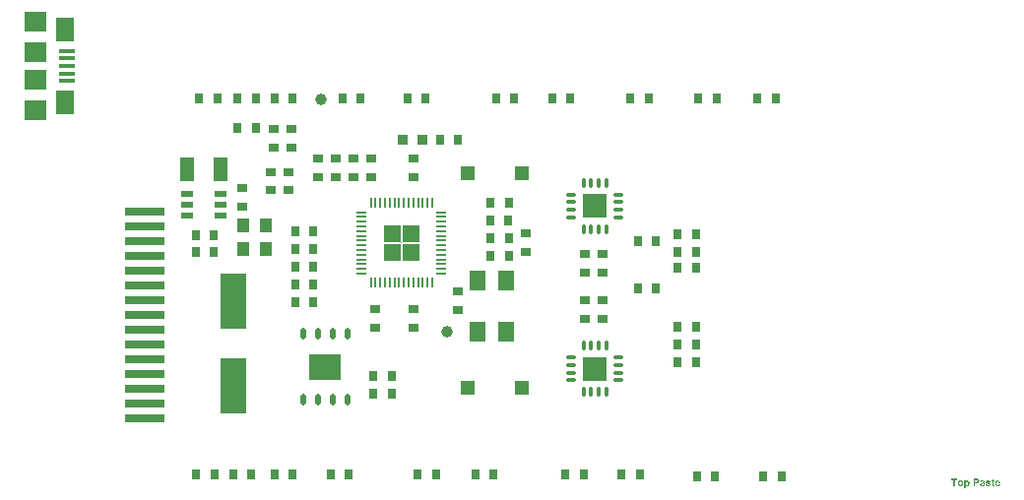
<source format=gtp>
G04*
G04 #@! TF.GenerationSoftware,Altium Limited,Altium Designer,23.3.1 (30)*
G04*
G04 Layer_Color=8421504*
%FSLAX44Y44*%
%MOMM*%
G71*
G04*
G04 #@! TF.SameCoordinates,401C55F4-CDE4-4738-8E39-6C92FFCD4633*
G04*
G04*
G04 #@! TF.FilePolarity,Positive*
G04*
G01*
G75*
%ADD19R,0.7000X0.9000*%
%ADD20R,1.2300X2.0200*%
%ADD21R,0.9000X0.7000*%
%ADD22R,1.0000X1.3000*%
%ADD23R,1.6000X2.1000*%
%ADD24R,1.9000X1.8000*%
%ADD25R,1.3500X0.4000*%
%ADD26R,1.0500X0.6000*%
%ADD27R,3.5000X0.7000*%
%ADD28C,1.0000*%
%ADD29R,0.8250X0.1500*%
%ADD30R,0.1500X0.8250*%
%ADD31R,0.0004X0.0004*%
%ADD32R,1.4000X1.8000*%
%ADD33R,1.2000X1.2000*%
%ADD34R,2.1500X2.1500*%
G04:AMPARAMS|DCode=35|XSize=0.8mm|YSize=0.35mm|CornerRadius=0.1313mm|HoleSize=0mm|Usage=FLASHONLY|Rotation=0.000|XOffset=0mm|YOffset=0mm|HoleType=Round|Shape=RoundedRectangle|*
%AMROUNDEDRECTD35*
21,1,0.8000,0.0875,0,0,0.0*
21,1,0.5375,0.3500,0,0,0.0*
1,1,0.2625,0.2688,-0.0438*
1,1,0.2625,-0.2688,-0.0438*
1,1,0.2625,-0.2688,0.0438*
1,1,0.2625,0.2688,0.0438*
%
%ADD35ROUNDEDRECTD35*%
G04:AMPARAMS|DCode=36|XSize=0.8mm|YSize=0.35mm|CornerRadius=0.1313mm|HoleSize=0mm|Usage=FLASHONLY|Rotation=270.000|XOffset=0mm|YOffset=0mm|HoleType=Round|Shape=RoundedRectangle|*
%AMROUNDEDRECTD36*
21,1,0.8000,0.0875,0,0,270.0*
21,1,0.5375,0.3500,0,0,270.0*
1,1,0.2625,-0.0438,-0.2688*
1,1,0.2625,-0.0438,0.2688*
1,1,0.2625,0.0438,0.2688*
1,1,0.2625,0.0438,-0.2688*
%
%ADD36ROUNDEDRECTD36*%
%ADD37R,2.2000X4.8000*%
G04:AMPARAMS|DCode=38|XSize=1.04mm|YSize=0.44mm|CornerRadius=0.154mm|HoleSize=0mm|Usage=FLASHONLY|Rotation=90.000|XOffset=0mm|YOffset=0mm|HoleType=Round|Shape=RoundedRectangle|*
%AMROUNDEDRECTD38*
21,1,1.0400,0.1320,0,0,90.0*
21,1,0.7320,0.4400,0,0,90.0*
1,1,0.3080,0.0660,0.3660*
1,1,0.3080,0.0660,-0.3660*
1,1,0.3080,-0.0660,-0.3660*
1,1,0.3080,-0.0660,0.3660*
%
%ADD38ROUNDEDRECTD38*%
%ADD39R,0.8500X0.9500*%
G36*
X-309102Y605520D02*
X-323104D01*
Y619522D01*
X-309102D01*
Y605520D01*
D02*
G37*
G36*
X-325104D02*
X-339106D01*
Y619522D01*
X-325104D01*
Y605520D01*
D02*
G37*
G36*
X-309102Y589518D02*
X-323104D01*
Y603520D01*
X-309102D01*
Y589518D01*
D02*
G37*
G36*
X-325104D02*
X-339106D01*
Y603520D01*
X-325104D01*
Y589518D01*
D02*
G37*
G36*
X-376277Y487080D02*
X-403490D01*
Y508590D01*
X-376277D01*
Y487080D01*
D02*
G37*
G36*
X162439Y400143D02*
X162501D01*
X162570Y400129D01*
X162647Y400115D01*
X162737Y400094D01*
X162841Y400073D01*
X162945Y400038D01*
X163056Y399997D01*
X163167Y399941D01*
X163285Y399879D01*
X163403Y399810D01*
X163514Y399720D01*
X163624Y399622D01*
X163735Y399511D01*
X163742Y399505D01*
X163763Y399484D01*
X163791Y399449D01*
X163826Y399394D01*
X163867Y399331D01*
X163916Y399255D01*
X163964Y399158D01*
X164020Y399054D01*
X164075Y398936D01*
X164124Y398804D01*
X164172Y398659D01*
X164214Y398499D01*
X164249Y398333D01*
X164283Y398152D01*
X164297Y397958D01*
X164304Y397750D01*
Y397736D01*
Y397702D01*
X164297Y397639D01*
Y397556D01*
X164290Y397459D01*
X164276Y397348D01*
X164256Y397223D01*
X164235Y397085D01*
X164200Y396946D01*
X164165Y396793D01*
X164117Y396648D01*
X164061Y396495D01*
X163999Y396349D01*
X163923Y396204D01*
X163832Y396065D01*
X163735Y395940D01*
X163729Y395933D01*
X163708Y395913D01*
X163680Y395885D01*
X163631Y395843D01*
X163576Y395795D01*
X163514Y395739D01*
X163437Y395684D01*
X163347Y395621D01*
X163257Y395559D01*
X163146Y395504D01*
X163035Y395448D01*
X162910Y395400D01*
X162785Y395365D01*
X162647Y395330D01*
X162508Y395309D01*
X162355Y395302D01*
X162293D01*
X162217Y395309D01*
X162120Y395323D01*
X162016Y395337D01*
X161898Y395365D01*
X161773Y395406D01*
X161655Y395455D01*
X161641Y395462D01*
X161600Y395483D01*
X161537Y395524D01*
X161454Y395580D01*
X161357Y395649D01*
X161246Y395739D01*
X161128Y395850D01*
X161003Y395975D01*
Y393645D01*
X159776D01*
Y400045D01*
X160920D01*
Y399366D01*
X160934Y399373D01*
X160962Y399414D01*
X161010Y399484D01*
X161080Y399560D01*
X161163Y399650D01*
X161267Y399747D01*
X161385Y399844D01*
X161516Y399927D01*
X161523D01*
X161537Y399935D01*
X161558Y399948D01*
X161586Y399962D01*
X161621Y399976D01*
X161662Y399997D01*
X161766Y400038D01*
X161891Y400080D01*
X162037Y400115D01*
X162196Y400143D01*
X162362Y400149D01*
X162397D01*
X162439Y400143D01*
D02*
G37*
G36*
X180523D02*
X180606D01*
X180697Y400136D01*
X180794Y400122D01*
X180905Y400108D01*
X181133Y400073D01*
X181362Y400018D01*
X181480Y399983D01*
X181584Y399941D01*
X181688Y399893D01*
X181778Y399837D01*
X181785D01*
X181799Y399823D01*
X181820Y399803D01*
X181854Y399782D01*
X181889Y399747D01*
X181938Y399706D01*
X181979Y399657D01*
X182035Y399609D01*
X182083Y399546D01*
X182139Y399477D01*
X182194Y399400D01*
X182250Y399317D01*
X182298Y399234D01*
X182347Y399137D01*
X182423Y398922D01*
X181265Y398707D01*
Y398721D01*
X181251Y398749D01*
X181230Y398797D01*
X181203Y398860D01*
X181161Y398929D01*
X181112Y398998D01*
X181050Y399061D01*
X180981Y399123D01*
X180974Y399130D01*
X180939Y399144D01*
X180898Y399172D01*
X180828Y399199D01*
X180745Y399220D01*
X180648Y399248D01*
X180523Y399262D01*
X180391Y399269D01*
X180315D01*
X180232Y399262D01*
X180128Y399255D01*
X180017Y399234D01*
X179899Y399213D01*
X179795Y399179D01*
X179705Y399130D01*
X179698Y399123D01*
X179684Y399116D01*
X179663Y399089D01*
X179636Y399061D01*
X179608Y399026D01*
X179587Y398984D01*
X179573Y398936D01*
X179566Y398881D01*
Y398873D01*
Y398860D01*
X179573Y398832D01*
X179580Y398804D01*
X179594Y398769D01*
X179615Y398735D01*
X179643Y398693D01*
X179684Y398659D01*
X179691Y398652D01*
X179705Y398645D01*
X179726Y398638D01*
X179753Y398624D01*
X179788Y398610D01*
X179837Y398589D01*
X179892Y398568D01*
X179954Y398548D01*
X180038Y398520D01*
X180128Y398492D01*
X180239Y398457D01*
X180357Y398430D01*
X180495Y398388D01*
X180655Y398354D01*
X180828Y398312D01*
X180842D01*
X180870Y398305D01*
X180918Y398291D01*
X180988Y398270D01*
X181064Y398250D01*
X181161Y398222D01*
X181258Y398194D01*
X181369Y398159D01*
X181591Y398083D01*
X181820Y397986D01*
X181924Y397937D01*
X182021Y397882D01*
X182118Y397826D01*
X182194Y397764D01*
X182201Y397757D01*
X182208Y397750D01*
X182229Y397729D01*
X182257Y397702D01*
X182284Y397674D01*
X182319Y397632D01*
X182354Y397584D01*
X182388Y397528D01*
X182458Y397397D01*
X182520Y397244D01*
X182569Y397064D01*
X182576Y396960D01*
X182583Y396856D01*
Y396849D01*
Y396828D01*
Y396793D01*
X182576Y396752D01*
X182569Y396696D01*
X182555Y396627D01*
X182541Y396558D01*
X182513Y396481D01*
X182486Y396398D01*
X182451Y396308D01*
X182409Y396218D01*
X182361Y396128D01*
X182298Y396031D01*
X182222Y395940D01*
X182146Y395850D01*
X182049Y395760D01*
X182042Y395753D01*
X182021Y395739D01*
X181993Y395718D01*
X181952Y395691D01*
X181896Y395656D01*
X181827Y395615D01*
X181744Y395573D01*
X181653Y395531D01*
X181549Y395490D01*
X181432Y395448D01*
X181300Y395406D01*
X181161Y395372D01*
X181008Y395344D01*
X180842Y395323D01*
X180662Y395309D01*
X180475Y395302D01*
X180384D01*
X180315Y395309D01*
X180239Y395316D01*
X180142Y395323D01*
X180045Y395337D01*
X179934Y395351D01*
X179691Y395393D01*
X179441Y395462D01*
X179317Y395510D01*
X179192Y395559D01*
X179081Y395615D01*
X178970Y395684D01*
X178963Y395691D01*
X178949Y395705D01*
X178921Y395725D01*
X178880Y395753D01*
X178838Y395795D01*
X178790Y395836D01*
X178734Y395892D01*
X178679Y395954D01*
X178616Y396031D01*
X178554Y396107D01*
X178498Y396190D01*
X178436Y396287D01*
X178381Y396384D01*
X178332Y396488D01*
X178290Y396606D01*
X178256Y396724D01*
X179483Y396911D01*
Y396904D01*
X179490Y396897D01*
X179497Y396856D01*
X179518Y396786D01*
X179552Y396710D01*
X179594Y396620D01*
X179649Y396530D01*
X179712Y396447D01*
X179795Y396370D01*
X179809Y396363D01*
X179837Y396343D01*
X179892Y396315D01*
X179968Y396280D01*
X180065Y396245D01*
X180183Y396218D01*
X180315Y396197D01*
X180468Y396190D01*
X180544D01*
X180585Y396197D01*
X180634D01*
X180738Y396211D01*
X180856Y396232D01*
X180974Y396266D01*
X181085Y396308D01*
X181182Y396363D01*
X181189Y396370D01*
X181210Y396384D01*
X181237Y396412D01*
X181265Y396447D01*
X181293Y396495D01*
X181321Y396551D01*
X181341Y396613D01*
X181348Y396689D01*
Y396696D01*
Y396710D01*
X181341Y396738D01*
X181334Y396772D01*
X181314Y396842D01*
X181286Y396883D01*
X181258Y396918D01*
X181251Y396925D01*
X181237Y396932D01*
X181210Y396953D01*
X181175Y396974D01*
X181119Y397001D01*
X181050Y397029D01*
X180960Y397057D01*
X180849Y397085D01*
X180842D01*
X180835Y397091D01*
X180814D01*
X180787Y397098D01*
X180710Y397119D01*
X180613Y397140D01*
X180495Y397168D01*
X180364Y397202D01*
X180218Y397237D01*
X180058Y397279D01*
X179746Y397376D01*
X179587Y397424D01*
X179435Y397473D01*
X179296Y397528D01*
X179171Y397577D01*
X179060Y397632D01*
X178977Y397681D01*
X178970Y397688D01*
X178956Y397702D01*
X178928Y397723D01*
X178894Y397750D01*
X178852Y397785D01*
X178804Y397833D01*
X178755Y397889D01*
X178706Y397951D01*
X178651Y398021D01*
X178602Y398097D01*
X178554Y398187D01*
X178512Y398277D01*
X178477Y398381D01*
X178450Y398485D01*
X178436Y398603D01*
X178429Y398721D01*
Y398728D01*
Y398749D01*
Y398777D01*
X178436Y398825D01*
X178443Y398873D01*
X178457Y398936D01*
X178471Y398998D01*
X178491Y399075D01*
X178547Y399234D01*
X178582Y399317D01*
X178630Y399400D01*
X178686Y399491D01*
X178748Y399574D01*
X178817Y399657D01*
X178901Y399733D01*
X178908Y399740D01*
X178921Y399754D01*
X178949Y399775D01*
X178991Y399796D01*
X179039Y399831D01*
X179102Y399865D01*
X179178Y399900D01*
X179261Y399941D01*
X179358Y399983D01*
X179469Y400018D01*
X179587Y400052D01*
X179719Y400087D01*
X179864Y400108D01*
X180024Y400129D01*
X180190Y400143D01*
X180371Y400149D01*
X180461D01*
X180523Y400143D01*
D02*
G37*
G36*
X175732D02*
X175815D01*
X175898Y400136D01*
X175995Y400122D01*
X176196Y400101D01*
X176397Y400066D01*
X176591Y400018D01*
X176675Y399983D01*
X176758Y399948D01*
X176765D01*
X176779Y399941D01*
X176800Y399927D01*
X176820Y399914D01*
X176896Y399872D01*
X176980Y399817D01*
X177077Y399740D01*
X177167Y399657D01*
X177257Y399560D01*
X177327Y399456D01*
X177333Y399442D01*
X177340Y399421D01*
X177354Y399400D01*
X177368Y399366D01*
X177382Y399317D01*
X177396Y399269D01*
X177410Y399206D01*
X177423Y399137D01*
X177437Y399061D01*
X177451Y398971D01*
X177465Y398867D01*
X177479Y398756D01*
X177486Y398638D01*
X177493Y398506D01*
Y398360D01*
X177472Y396925D01*
Y396918D01*
Y396897D01*
Y396870D01*
Y396828D01*
Y396772D01*
Y396717D01*
X177479Y396585D01*
X177486Y396440D01*
X177493Y396287D01*
X177507Y396148D01*
X177521Y396079D01*
X177528Y396024D01*
Y396010D01*
X177541Y395975D01*
X177555Y395913D01*
X177576Y395836D01*
X177604Y395746D01*
X177645Y395642D01*
X177694Y395524D01*
X177750Y395406D01*
X176536D01*
Y395413D01*
X176529Y395427D01*
X176515Y395455D01*
X176501Y395497D01*
X176487Y395545D01*
X176460Y395607D01*
X176439Y395684D01*
X176411Y395767D01*
Y395774D01*
X176404Y395788D01*
X176397Y395829D01*
X176383Y395878D01*
X176376Y395899D01*
X176369Y395913D01*
X176356Y395899D01*
X176314Y395864D01*
X176252Y395809D01*
X176168Y395739D01*
X176071Y395670D01*
X175954Y395594D01*
X175829Y395517D01*
X175697Y395455D01*
X175690D01*
X175683Y395448D01*
X175662Y395441D01*
X175634Y395434D01*
X175565Y395406D01*
X175468Y395379D01*
X175357Y395351D01*
X175225Y395323D01*
X175087Y395309D01*
X174934Y395302D01*
X174865D01*
X174816Y395309D01*
X174754Y395316D01*
X174685Y395323D01*
X174608Y395337D01*
X174525Y395351D01*
X174345Y395393D01*
X174158Y395462D01*
X174060Y395510D01*
X173970Y395559D01*
X173887Y395615D01*
X173804Y395684D01*
X173797Y395691D01*
X173783Y395705D01*
X173769Y395725D01*
X173741Y395753D01*
X173707Y395795D01*
X173672Y395836D01*
X173638Y395892D01*
X173603Y395954D01*
X173561Y396024D01*
X173526Y396093D01*
X173457Y396266D01*
X173429Y396356D01*
X173416Y396454D01*
X173402Y396558D01*
X173395Y396669D01*
Y396675D01*
Y396689D01*
Y396710D01*
Y396738D01*
X173402Y396807D01*
X173416Y396904D01*
X173443Y397015D01*
X173471Y397133D01*
X173520Y397251D01*
X173582Y397369D01*
Y397376D01*
X173589Y397383D01*
X173617Y397417D01*
X173658Y397473D01*
X173721Y397542D01*
X173790Y397618D01*
X173880Y397695D01*
X173984Y397771D01*
X174102Y397833D01*
X174109D01*
X174116Y397840D01*
X174137Y397847D01*
X174165Y397861D01*
X174199Y397875D01*
X174241Y397896D01*
X174296Y397910D01*
X174352Y397930D01*
X174414Y397951D01*
X174490Y397979D01*
X174574Y398000D01*
X174657Y398028D01*
X174754Y398048D01*
X174858Y398076D01*
X174962Y398104D01*
X175080Y398125D01*
X175087D01*
X175114Y398132D01*
X175163Y398139D01*
X175219Y398152D01*
X175288Y398166D01*
X175371Y398180D01*
X175461Y398201D01*
X175558Y398222D01*
X175752Y398270D01*
X175954Y398319D01*
X176044Y398346D01*
X176134Y398374D01*
X176210Y398402D01*
X176279Y398430D01*
Y398548D01*
Y398555D01*
Y398562D01*
Y398610D01*
X176273Y398672D01*
X176259Y398749D01*
X176238Y398832D01*
X176203Y398915D01*
X176161Y398998D01*
X176099Y399061D01*
X176092Y399068D01*
X176064Y399082D01*
X176016Y399109D01*
X175954Y399137D01*
X175863Y399165D01*
X175746Y399193D01*
X175676Y399199D01*
X175607Y399206D01*
X175524Y399213D01*
X175378D01*
X175315Y399206D01*
X175246Y399199D01*
X175163Y399179D01*
X175073Y399158D01*
X174990Y399123D01*
X174913Y399082D01*
X174906Y399075D01*
X174886Y399054D01*
X174851Y399026D01*
X174809Y398978D01*
X174761Y398915D01*
X174712Y398832D01*
X174664Y398735D01*
X174622Y398624D01*
X173520Y398825D01*
Y398832D01*
X173526Y398853D01*
X173540Y398887D01*
X173554Y398936D01*
X173575Y398991D01*
X173603Y399054D01*
X173672Y399199D01*
X173762Y399366D01*
X173873Y399532D01*
X174005Y399685D01*
X174081Y399761D01*
X174165Y399823D01*
X174171Y399831D01*
X174185Y399837D01*
X174213Y399851D01*
X174248Y399872D01*
X174296Y399900D01*
X174359Y399927D01*
X174428Y399955D01*
X174504Y399990D01*
X174601Y400018D01*
X174698Y400045D01*
X174809Y400073D01*
X174934Y400101D01*
X175066Y400122D01*
X175212Y400136D01*
X175364Y400149D01*
X175669D01*
X175732Y400143D01*
D02*
G37*
G36*
X170233Y401800D02*
X170344D01*
X170469Y401793D01*
X170732Y401786D01*
X170857Y401772D01*
X170982Y401765D01*
X171100Y401758D01*
X171204Y401744D01*
X171294Y401724D01*
X171370Y401710D01*
X171377D01*
X171398Y401703D01*
X171425Y401696D01*
X171460Y401682D01*
X171509Y401661D01*
X171564Y401640D01*
X171689Y401578D01*
X171835Y401495D01*
X171987Y401384D01*
X172070Y401314D01*
X172147Y401245D01*
X172223Y401169D01*
X172292Y401079D01*
X172299Y401072D01*
X172306Y401058D01*
X172327Y401030D01*
X172348Y400995D01*
X172382Y400947D01*
X172410Y400885D01*
X172445Y400822D01*
X172479Y400746D01*
X172514Y400656D01*
X172549Y400565D01*
X172584Y400462D01*
X172611Y400350D01*
X172632Y400233D01*
X172653Y400108D01*
X172660Y399969D01*
X172667Y399831D01*
Y399823D01*
Y399803D01*
Y399775D01*
Y399733D01*
X172660Y399685D01*
X172653Y399622D01*
X172646Y399560D01*
X172639Y399484D01*
X172611Y399331D01*
X172577Y399165D01*
X172521Y398998D01*
X172452Y398839D01*
Y398832D01*
X172445Y398825D01*
X172431Y398804D01*
X172410Y398777D01*
X172369Y398700D01*
X172306Y398610D01*
X172223Y398513D01*
X172133Y398409D01*
X172022Y398305D01*
X171904Y398208D01*
X171897D01*
X171890Y398201D01*
X171848Y398173D01*
X171786Y398132D01*
X171696Y398083D01*
X171599Y398035D01*
X171488Y397986D01*
X171363Y397944D01*
X171238Y397910D01*
X171231D01*
X171217Y397903D01*
X171190D01*
X171155Y397896D01*
X171106Y397889D01*
X171044Y397882D01*
X170975Y397875D01*
X170898Y397868D01*
X170808Y397854D01*
X170704Y397847D01*
X170593Y397840D01*
X170476Y397833D01*
X170344Y397826D01*
X170205D01*
X170053Y397820D01*
X169054D01*
Y395406D01*
X167764D01*
Y401807D01*
X170122D01*
X170233Y401800D01*
D02*
G37*
G36*
X153535Y400725D02*
X151649D01*
Y395406D01*
X150359D01*
Y400725D01*
X148459D01*
Y401807D01*
X153535D01*
Y400725D01*
D02*
G37*
G36*
X188498Y400143D02*
X188574Y400136D01*
X188657Y400129D01*
X188761Y400115D01*
X188872Y400094D01*
X188990Y400066D01*
X189121Y400025D01*
X189253Y399983D01*
X189385Y399927D01*
X189524Y399858D01*
X189655Y399782D01*
X189787Y399692D01*
X189912Y399581D01*
X190030Y399463D01*
X190037Y399456D01*
X190058Y399428D01*
X190085Y399394D01*
X190120Y399338D01*
X190169Y399262D01*
X190217Y399172D01*
X190273Y399068D01*
X190328Y398950D01*
X190384Y398811D01*
X190432Y398652D01*
X190481Y398485D01*
X190522Y398298D01*
X190557Y398090D01*
X190585Y397868D01*
X190606Y397632D01*
Y397376D01*
X187534D01*
Y397369D01*
Y397355D01*
Y397320D01*
X187540Y397286D01*
X187547Y397237D01*
X187554Y397182D01*
X187575Y397064D01*
X187610Y396925D01*
X187658Y396779D01*
X187728Y396641D01*
X187825Y396516D01*
X187832D01*
X187839Y396502D01*
X187873Y396467D01*
X187936Y396419D01*
X188019Y396370D01*
X188123Y396315D01*
X188248Y396266D01*
X188386Y396232D01*
X188463Y396225D01*
X188539Y396218D01*
X188588D01*
X188636Y396225D01*
X188706Y396239D01*
X188782Y396252D01*
X188858Y396280D01*
X188941Y396322D01*
X189018Y396370D01*
X189025Y396377D01*
X189052Y396398D01*
X189087Y396440D01*
X189128Y396495D01*
X189184Y396564D01*
X189233Y396655D01*
X189281Y396759D01*
X189323Y396883D01*
X190543Y396675D01*
Y396669D01*
X190529Y396648D01*
X190515Y396613D01*
X190501Y396564D01*
X190474Y396509D01*
X190439Y396447D01*
X190404Y396370D01*
X190363Y396294D01*
X190259Y396128D01*
X190127Y395961D01*
X189974Y395795D01*
X189884Y395718D01*
X189794Y395649D01*
X189787Y395642D01*
X189773Y395635D01*
X189746Y395615D01*
X189704Y395594D01*
X189655Y395566D01*
X189593Y395538D01*
X189524Y395510D01*
X189447Y395476D01*
X189357Y395441D01*
X189260Y395413D01*
X189156Y395386D01*
X189045Y395358D01*
X188927Y395337D01*
X188796Y395316D01*
X188664Y395309D01*
X188525Y395302D01*
X188470D01*
X188407Y395309D01*
X188324Y395316D01*
X188227Y395323D01*
X188109Y395344D01*
X187984Y395365D01*
X187846Y395400D01*
X187700Y395441D01*
X187554Y395497D01*
X187409Y395559D01*
X187256Y395635D01*
X187118Y395725D01*
X186979Y395829D01*
X186854Y395947D01*
X186736Y396086D01*
X186729Y396093D01*
X186715Y396114D01*
X186695Y396148D01*
X186667Y396204D01*
X186632Y396266D01*
X186591Y396336D01*
X186549Y396426D01*
X186507Y396523D01*
X186466Y396634D01*
X186424Y396759D01*
X186383Y396890D01*
X186348Y397029D01*
X186320Y397182D01*
X186299Y397341D01*
X186285Y397514D01*
X186278Y397688D01*
Y397702D01*
Y397736D01*
X186285Y397799D01*
Y397875D01*
X186299Y397972D01*
X186313Y398090D01*
X186327Y398208D01*
X186355Y398346D01*
X186383Y398485D01*
X186424Y398631D01*
X186473Y398783D01*
X186528Y398936D01*
X186597Y399082D01*
X186681Y399227D01*
X186771Y399366D01*
X186875Y399491D01*
X186882Y399498D01*
X186903Y399518D01*
X186937Y399553D01*
X186986Y399595D01*
X187041Y399643D01*
X187118Y399699D01*
X187201Y399761D01*
X187291Y399823D01*
X187395Y399879D01*
X187513Y399941D01*
X187638Y399997D01*
X187776Y400045D01*
X187915Y400087D01*
X188067Y400122D01*
X188234Y400143D01*
X188400Y400149D01*
X188449D01*
X188498Y400143D01*
D02*
G37*
G36*
X184947Y400045D02*
X185786D01*
Y399068D01*
X184947D01*
Y397196D01*
Y397188D01*
Y397168D01*
Y397140D01*
Y397105D01*
Y397064D01*
Y397008D01*
Y396897D01*
X184954Y396786D01*
Y396675D01*
X184961Y396627D01*
Y396585D01*
X184968Y396551D01*
Y396530D01*
Y396523D01*
X184975Y396516D01*
X184989Y396474D01*
X185023Y396426D01*
X185072Y396377D01*
X185079D01*
X185086Y396370D01*
X185107Y396363D01*
X185134Y396349D01*
X185197Y396329D01*
X185280Y396322D01*
X185315D01*
X185349Y396329D01*
X185405Y396336D01*
X185474Y396349D01*
X185564Y396370D01*
X185661Y396398D01*
X185772Y396433D01*
X185883Y395483D01*
X185876D01*
X185863Y395476D01*
X185842Y395469D01*
X185807Y395455D01*
X185765Y395441D01*
X185717Y395427D01*
X185661Y395406D01*
X185599Y395393D01*
X185460Y395358D01*
X185294Y395330D01*
X185107Y395309D01*
X184912Y395302D01*
X184857D01*
X184795Y395309D01*
X184711Y395316D01*
X184621Y395330D01*
X184524Y395351D01*
X184420Y395379D01*
X184316Y395413D01*
X184302Y395420D01*
X184275Y395434D01*
X184226Y395455D01*
X184170Y395490D01*
X184108Y395531D01*
X184039Y395580D01*
X183983Y395635D01*
X183928Y395698D01*
X183921Y395705D01*
X183907Y395732D01*
X183886Y395774D01*
X183859Y395822D01*
X183831Y395892D01*
X183803Y395975D01*
X183775Y396072D01*
X183755Y396176D01*
Y396190D01*
X183748Y396218D01*
Y396245D01*
X183741Y396280D01*
Y396322D01*
Y396363D01*
X183734Y396419D01*
Y396481D01*
X183727Y396551D01*
Y396634D01*
X183720Y396724D01*
Y396821D01*
Y396925D01*
Y397043D01*
Y399068D01*
X183158D01*
Y400045D01*
X183720D01*
Y400968D01*
X184947Y401689D01*
Y400045D01*
D02*
G37*
G36*
X156559Y400143D02*
X156628Y400136D01*
X156718Y400129D01*
X156822Y400115D01*
X156940Y400094D01*
X157065Y400066D01*
X157197Y400025D01*
X157335Y399983D01*
X157481Y399927D01*
X157619Y399858D01*
X157765Y399782D01*
X157911Y399692D01*
X158042Y399581D01*
X158174Y399463D01*
X158181Y399456D01*
X158202Y399428D01*
X158237Y399394D01*
X158278Y399338D01*
X158334Y399269D01*
X158389Y399193D01*
X158445Y399095D01*
X158514Y398991D01*
X158576Y398873D01*
X158632Y398742D01*
X158694Y398596D01*
X158743Y398444D01*
X158784Y398284D01*
X158819Y398111D01*
X158840Y397930D01*
X158847Y397736D01*
Y397723D01*
Y397688D01*
X158840Y397632D01*
Y397563D01*
X158826Y397473D01*
X158812Y397369D01*
X158791Y397251D01*
X158764Y397126D01*
X158729Y396987D01*
X158680Y396849D01*
X158625Y396703D01*
X158562Y396558D01*
X158479Y396405D01*
X158389Y396266D01*
X158285Y396121D01*
X158167Y395989D01*
X158160Y395982D01*
X158139Y395961D01*
X158098Y395927D01*
X158042Y395885D01*
X157980Y395829D01*
X157897Y395774D01*
X157807Y395712D01*
X157703Y395649D01*
X157585Y395580D01*
X157453Y395517D01*
X157314Y395462D01*
X157162Y395413D01*
X157002Y395365D01*
X156829Y395330D01*
X156649Y395309D01*
X156461Y395302D01*
X156399D01*
X156350Y395309D01*
X156295D01*
X156233Y395316D01*
X156156Y395323D01*
X156073Y395337D01*
X155886Y395372D01*
X155678Y395420D01*
X155463Y395490D01*
X155248Y395587D01*
X155241Y395594D01*
X155220Y395601D01*
X155192Y395615D01*
X155151Y395642D01*
X155102Y395670D01*
X155054Y395712D01*
X154922Y395802D01*
X154783Y395920D01*
X154638Y396065D01*
X154499Y396239D01*
X154374Y396433D01*
Y396440D01*
X154360Y396460D01*
X154347Y396488D01*
X154326Y396530D01*
X154305Y396585D01*
X154277Y396648D01*
X154256Y396724D01*
X154229Y396807D01*
X154201Y396904D01*
X154173Y397008D01*
X154145Y397119D01*
X154125Y397237D01*
X154104Y397362D01*
X154090Y397501D01*
X154083Y397639D01*
X154076Y397785D01*
Y397792D01*
Y397813D01*
Y397847D01*
X154083Y397889D01*
Y397944D01*
X154090Y398014D01*
X154104Y398083D01*
X154111Y398166D01*
X154152Y398346D01*
X154201Y398548D01*
X154277Y398756D01*
X154319Y398867D01*
X154374Y398971D01*
X154381Y398978D01*
X154388Y398998D01*
X154409Y399026D01*
X154430Y399068D01*
X154458Y399116D01*
X154499Y399172D01*
X154589Y399296D01*
X154714Y399435D01*
X154860Y399581D01*
X155026Y399720D01*
X155220Y399844D01*
X155227Y399851D01*
X155248Y399858D01*
X155276Y399872D01*
X155317Y399893D01*
X155373Y399914D01*
X155435Y399941D01*
X155505Y399969D01*
X155581Y399997D01*
X155671Y400025D01*
X155768Y400052D01*
X155976Y400101D01*
X156205Y400136D01*
X156330Y400149D01*
X156503D01*
X156559Y400143D01*
D02*
G37*
%LPC*%
G36*
X162023Y399179D02*
X161981D01*
X161946Y399172D01*
X161912Y399165D01*
X161863Y399158D01*
X161759Y399137D01*
X161641Y399095D01*
X161516Y399033D01*
X161454Y398991D01*
X161392Y398943D01*
X161329Y398887D01*
X161274Y398825D01*
Y398818D01*
X161260Y398811D01*
X161246Y398790D01*
X161225Y398763D01*
X161204Y398721D01*
X161184Y398679D01*
X161156Y398624D01*
X161128Y398568D01*
X161100Y398499D01*
X161073Y398423D01*
X161052Y398340D01*
X161031Y398250D01*
X161010Y398145D01*
X160996Y398041D01*
X160989Y397924D01*
X160983Y397799D01*
Y397792D01*
Y397764D01*
Y397723D01*
X160989Y397674D01*
Y397605D01*
X160996Y397528D01*
X161010Y397452D01*
X161024Y397362D01*
X161059Y397175D01*
X161114Y396981D01*
X161191Y396800D01*
X161232Y396717D01*
X161288Y396641D01*
X161295Y396634D01*
X161301Y396627D01*
X161343Y396585D01*
X161413Y396523D01*
X161503Y396460D01*
X161614Y396391D01*
X161738Y396329D01*
X161891Y396287D01*
X161967Y396280D01*
X162050Y396273D01*
X162092D01*
X162120Y396280D01*
X162196Y396294D01*
X162300Y396315D01*
X162411Y396356D01*
X162529Y396419D01*
X162584Y396454D01*
X162647Y396502D01*
X162702Y396551D01*
X162758Y396613D01*
X162765Y396620D01*
X162772Y396627D01*
X162785Y396648D01*
X162806Y396675D01*
X162827Y396717D01*
X162848Y396759D01*
X162876Y396814D01*
X162903Y396883D01*
X162931Y396953D01*
X162959Y397036D01*
X162980Y397126D01*
X163000Y397230D01*
X163021Y397341D01*
X163035Y397466D01*
X163049Y397598D01*
Y397736D01*
Y397743D01*
Y397771D01*
Y397806D01*
X163042Y397854D01*
Y397917D01*
X163035Y397986D01*
X163021Y398062D01*
X163014Y398145D01*
X162980Y398319D01*
X162924Y398499D01*
X162848Y398672D01*
X162806Y398749D01*
X162751Y398818D01*
Y398825D01*
X162737Y398832D01*
X162695Y398873D01*
X162633Y398929D01*
X162550Y398998D01*
X162446Y399068D01*
X162321Y399123D01*
X162182Y399165D01*
X162106Y399172D01*
X162023Y399179D01*
D02*
G37*
G36*
X176279Y397632D02*
X176266Y397625D01*
X176231Y397618D01*
X176175Y397598D01*
X176092Y397577D01*
X175988Y397549D01*
X175856Y397514D01*
X175704Y397480D01*
X175524Y397438D01*
X175517D01*
X175503Y397431D01*
X175475D01*
X175440Y397417D01*
X175357Y397397D01*
X175253Y397376D01*
X175142Y397341D01*
X175031Y397306D01*
X174934Y397272D01*
X174893Y397251D01*
X174858Y397230D01*
X174851Y397223D01*
X174823Y397202D01*
X174782Y397161D01*
X174740Y397112D01*
X174698Y397050D01*
X174657Y396974D01*
X174629Y396890D01*
X174622Y396800D01*
Y396786D01*
Y396759D01*
X174629Y396710D01*
X174643Y396648D01*
X174671Y396578D01*
X174698Y396502D01*
X174747Y396433D01*
X174809Y396356D01*
X174816Y396349D01*
X174844Y396329D01*
X174886Y396294D01*
X174941Y396266D01*
X175017Y396232D01*
X175101Y396197D01*
X175198Y396176D01*
X175302Y396169D01*
X175315D01*
X175357Y396176D01*
X175420Y396183D01*
X175503Y396197D01*
X175600Y396225D01*
X175711Y396259D01*
X175822Y396315D01*
X175933Y396384D01*
X175940Y396391D01*
X175967Y396412D01*
X176009Y396447D01*
X176051Y396495D01*
X176106Y396558D01*
X176155Y396627D01*
X176196Y396703D01*
X176231Y396786D01*
Y396793D01*
X176238Y396821D01*
X176245Y396863D01*
X176259Y396918D01*
X176266Y397001D01*
X176273Y397105D01*
X176279Y397230D01*
Y397383D01*
Y397632D01*
D02*
G37*
G36*
X169921Y400725D02*
X169054D01*
Y398901D01*
X169949D01*
X170018Y398908D01*
X170177Y398915D01*
X170344Y398922D01*
X170510Y398943D01*
X170593Y398957D01*
X170663Y398964D01*
X170725Y398984D01*
X170781Y398998D01*
X170795Y399005D01*
X170822Y399019D01*
X170871Y399040D01*
X170926Y399075D01*
X170989Y399123D01*
X171058Y399179D01*
X171127Y399241D01*
X171183Y399317D01*
X171190Y399324D01*
X171204Y399359D01*
X171231Y399400D01*
X171259Y399463D01*
X171287Y399532D01*
X171315Y399616D01*
X171328Y399713D01*
X171335Y399817D01*
Y399823D01*
Y399831D01*
Y399872D01*
X171322Y399941D01*
X171308Y400018D01*
X171287Y400108D01*
X171245Y400205D01*
X171197Y400302D01*
X171127Y400392D01*
X171120Y400399D01*
X171093Y400427D01*
X171044Y400468D01*
X170982Y400517D01*
X170912Y400565D01*
X170822Y400607D01*
X170718Y400649D01*
X170607Y400676D01*
X170593D01*
X170559Y400683D01*
X170531Y400690D01*
X170496D01*
X170455Y400697D01*
X170406Y400704D01*
X170344D01*
X170274Y400711D01*
X170198D01*
X170115Y400718D01*
X170025D01*
X169921Y400725D01*
D02*
G37*
G36*
X188470Y399213D02*
X188428D01*
X188400Y399206D01*
X188331Y399199D01*
X188234Y399179D01*
X188130Y399144D01*
X188019Y399089D01*
X187915Y399012D01*
X187859Y398971D01*
X187811Y398915D01*
X187797Y398901D01*
X187769Y398860D01*
X187728Y398797D01*
X187679Y398707D01*
X187631Y398596D01*
X187589Y398457D01*
X187561Y398305D01*
X187554Y398125D01*
X189385D01*
Y398132D01*
Y398145D01*
Y398173D01*
X189378Y398215D01*
X189371Y398256D01*
X189364Y398305D01*
X189343Y398423D01*
X189309Y398555D01*
X189260Y398686D01*
X189198Y398818D01*
X189108Y398929D01*
X189094Y398943D01*
X189059Y398971D01*
X189004Y399019D01*
X188927Y399075D01*
X188837Y399123D01*
X188726Y399172D01*
X188601Y399199D01*
X188470Y399213D01*
D02*
G37*
G36*
X156454Y399151D02*
X156406D01*
X156378Y399144D01*
X156337Y399137D01*
X156288Y399130D01*
X156177Y399102D01*
X156045Y399061D01*
X155914Y398998D01*
X155844Y398957D01*
X155782Y398908D01*
X155713Y398846D01*
X155650Y398783D01*
Y398777D01*
X155636Y398769D01*
X155622Y398742D01*
X155602Y398714D01*
X155574Y398679D01*
X155546Y398631D01*
X155518Y398575D01*
X155491Y398513D01*
X155463Y398444D01*
X155435Y398360D01*
X155407Y398277D01*
X155380Y398180D01*
X155359Y398076D01*
X155345Y397965D01*
X155338Y397847D01*
X155331Y397723D01*
Y397715D01*
Y397695D01*
Y397653D01*
X155338Y397612D01*
Y397549D01*
X155345Y397487D01*
X155359Y397410D01*
X155373Y397327D01*
X155407Y397161D01*
X155463Y396981D01*
X155546Y396814D01*
X155595Y396731D01*
X155650Y396661D01*
X155657Y396655D01*
X155664Y396648D01*
X155685Y396627D01*
X155706Y396606D01*
X155782Y396551D01*
X155872Y396481D01*
X155990Y396412D01*
X156129Y396356D01*
X156281Y396315D01*
X156364Y396308D01*
X156454Y396301D01*
X156503D01*
X156538Y396308D01*
X156572Y396315D01*
X156621Y396322D01*
X156732Y396349D01*
X156864Y396391D01*
X156995Y396454D01*
X157065Y396495D01*
X157134Y396544D01*
X157197Y396599D01*
X157259Y396661D01*
X157266Y396669D01*
X157273Y396682D01*
X157287Y396703D01*
X157307Y396731D01*
X157335Y396766D01*
X157363Y396814D01*
X157391Y396870D01*
X157425Y396932D01*
X157453Y397001D01*
X157481Y397085D01*
X157508Y397175D01*
X157536Y397265D01*
X157557Y397369D01*
X157571Y397480D01*
X157585Y397605D01*
Y397729D01*
Y397736D01*
Y397757D01*
Y397799D01*
X157578Y397840D01*
Y397903D01*
X157571Y397965D01*
X157557Y398041D01*
X157543Y398118D01*
X157508Y398291D01*
X157446Y398464D01*
X157370Y398631D01*
X157314Y398714D01*
X157259Y398783D01*
X157252Y398790D01*
X157245Y398797D01*
X157224Y398818D01*
X157203Y398839D01*
X157134Y398901D01*
X157037Y398971D01*
X156919Y399033D01*
X156780Y399095D01*
X156628Y399137D01*
X156545Y399144D01*
X156454Y399151D01*
D02*
G37*
%LPD*%
D19*
X-70840Y612140D02*
D03*
X-86640D02*
D03*
X-70840Y596900D02*
D03*
X-86640D02*
D03*
X-70840Y582930D02*
D03*
X-86640D02*
D03*
X-465100Y703580D02*
D03*
X-449300D02*
D03*
X-465100Y728980D02*
D03*
X-449300D02*
D03*
X-485450Y611560D02*
D03*
X-501250D02*
D03*
X-485450Y596580D02*
D03*
X-501250D02*
D03*
X-231922Y639105D02*
D03*
X-247722D02*
D03*
X-247722Y608625D02*
D03*
X-231922D02*
D03*
Y593386D02*
D03*
X-247722D02*
D03*
X-105130Y565150D02*
D03*
X-120930D02*
D03*
X-484860Y405130D02*
D03*
X-500660D02*
D03*
X-369290D02*
D03*
X-385090D02*
D03*
X-244830D02*
D03*
X-260630D02*
D03*
X-119100D02*
D03*
X-134900D02*
D03*
X2820Y403860D02*
D03*
X-12980D02*
D03*
X-68860Y728980D02*
D03*
X-53060D02*
D03*
X-194590D02*
D03*
X-178790D02*
D03*
X-319050D02*
D03*
X-303250D02*
D03*
X-433350D02*
D03*
X-417550D02*
D03*
X-498120D02*
D03*
X-482320D02*
D03*
X-332460Y474980D02*
D03*
X-348260D02*
D03*
X-415570Y568960D02*
D03*
X-399770D02*
D03*
X-415570Y553720D02*
D03*
X-399770D02*
D03*
X-232176Y623866D02*
D03*
X-247976D02*
D03*
X-415570Y584200D02*
D03*
X-399770D02*
D03*
X-242850Y728980D02*
D03*
X-227050D02*
D03*
X-415570Y599440D02*
D03*
X-399770D02*
D03*
X-415570Y614680D02*
D03*
X-399770D02*
D03*
X-70840Y532130D02*
D03*
X-86640D02*
D03*
X-70840Y516890D02*
D03*
X-86640D02*
D03*
X-120930Y605790D02*
D03*
X-105130D02*
D03*
X-54330Y403860D02*
D03*
X-70130D02*
D03*
X-167360Y405130D02*
D03*
X-183160D02*
D03*
X-294360D02*
D03*
X-310160D02*
D03*
X-417550D02*
D03*
X-433350D02*
D03*
X-468910D02*
D03*
X-453110D02*
D03*
X-70840Y501650D02*
D03*
X-86640D02*
D03*
X-127280Y728980D02*
D03*
X-111480D02*
D03*
X-374930D02*
D03*
X-359130D02*
D03*
X-18060D02*
D03*
X-2260D02*
D03*
X-275310Y693420D02*
D03*
X-291110D02*
D03*
X-332460Y490220D02*
D03*
X-348260D02*
D03*
D20*
X-508380Y668020D02*
D03*
X-479680D02*
D03*
D21*
X-434340Y702590D02*
D03*
Y686790D02*
D03*
X-419100Y702590D02*
D03*
Y686790D02*
D03*
X-461010Y651790D02*
D03*
Y635990D02*
D03*
X-396240Y677190D02*
D03*
Y661390D02*
D03*
X-381000Y677190D02*
D03*
Y661390D02*
D03*
X-313690Y531850D02*
D03*
Y547650D02*
D03*
X-346710Y531850D02*
D03*
Y547650D02*
D03*
X-365760Y677190D02*
D03*
Y661390D02*
D03*
X-151130Y594640D02*
D03*
Y578840D02*
D03*
X-166370Y578840D02*
D03*
Y594640D02*
D03*
X-217170Y612420D02*
D03*
Y596620D02*
D03*
X-275590Y547090D02*
D03*
Y562890D02*
D03*
X-436269Y649937D02*
D03*
Y665737D02*
D03*
X-421029Y649937D02*
D03*
Y665737D02*
D03*
X-350520Y677190D02*
D03*
Y661390D02*
D03*
X-313690Y677190D02*
D03*
Y661390D02*
D03*
X-166370Y539470D02*
D03*
Y555270D02*
D03*
X-151130Y555270D02*
D03*
Y539470D02*
D03*
D22*
X-441150Y619760D02*
D03*
X-460550D02*
D03*
X-441150Y599440D02*
D03*
X-460550D02*
D03*
D23*
X-613390Y725270D02*
D03*
Y788270D02*
D03*
D24*
X-638890Y745270D02*
D03*
Y768270D02*
D03*
Y718770D02*
D03*
Y794770D02*
D03*
D25*
X-612140Y756770D02*
D03*
Y750270D02*
D03*
Y763270D02*
D03*
Y769770D02*
D03*
Y743770D02*
D03*
D26*
X-508280Y647040D02*
D03*
Y637540D02*
D03*
Y628040D02*
D03*
X-479780D02*
D03*
Y637540D02*
D03*
Y647040D02*
D03*
D27*
X-545000Y631370D02*
D03*
Y618670D02*
D03*
Y605970D02*
D03*
Y453570D02*
D03*
Y466270D02*
D03*
Y478970D02*
D03*
Y491670D02*
D03*
Y504370D02*
D03*
Y517070D02*
D03*
Y529770D02*
D03*
Y542470D02*
D03*
Y555170D02*
D03*
Y567870D02*
D03*
Y580570D02*
D03*
Y593270D02*
D03*
D28*
X-284805Y528290D02*
D03*
X-393700Y727710D02*
D03*
D29*
X-358449Y610616D02*
D03*
Y602488D02*
D03*
Y582168D02*
D03*
Y578104D02*
D03*
Y590296D02*
D03*
Y594360D02*
D03*
Y598424D02*
D03*
Y586232D02*
D03*
Y630936D02*
D03*
Y626872D02*
D03*
Y622808D02*
D03*
Y618744D02*
D03*
Y614680D02*
D03*
Y606552D02*
D03*
X-289759Y582168D02*
D03*
Y586232D02*
D03*
Y590296D02*
D03*
Y594360D02*
D03*
Y598424D02*
D03*
Y602488D02*
D03*
Y578104D02*
D03*
Y610616D02*
D03*
Y630936D02*
D03*
Y626872D02*
D03*
Y622808D02*
D03*
Y618744D02*
D03*
Y614680D02*
D03*
Y606552D02*
D03*
D30*
X-297688Y570175D02*
D03*
X-301752D02*
D03*
X-305816D02*
D03*
X-309880D02*
D03*
X-313944D02*
D03*
X-318008D02*
D03*
X-322072D02*
D03*
X-326136D02*
D03*
X-330200D02*
D03*
X-334264D02*
D03*
X-338328D02*
D03*
X-342392D02*
D03*
X-346456D02*
D03*
X-350520D02*
D03*
X-297688Y638865D02*
D03*
X-301752D02*
D03*
X-305816D02*
D03*
X-309880D02*
D03*
X-313944D02*
D03*
X-318008D02*
D03*
X-322072D02*
D03*
X-326136D02*
D03*
X-330200D02*
D03*
X-334264D02*
D03*
X-338328D02*
D03*
X-342392D02*
D03*
X-346456D02*
D03*
X-350520D02*
D03*
D31*
X-324104Y604520D02*
D03*
D32*
X-234380Y571910D02*
D03*
Y527910D02*
D03*
X-258380D02*
D03*
Y571910D02*
D03*
D33*
X-267040Y664210D02*
D03*
X-220640D02*
D03*
Y480060D02*
D03*
X-267040D02*
D03*
D34*
X-157890Y636270D02*
D03*
Y496160D02*
D03*
D35*
X-177890Y626520D02*
D03*
Y633020D02*
D03*
Y639520D02*
D03*
Y646020D02*
D03*
X-137890D02*
D03*
Y639520D02*
D03*
Y633020D02*
D03*
Y626520D02*
D03*
Y505910D02*
D03*
Y499410D02*
D03*
Y492910D02*
D03*
Y486410D02*
D03*
X-177890D02*
D03*
Y492910D02*
D03*
Y499410D02*
D03*
Y505910D02*
D03*
D36*
X-167640Y656270D02*
D03*
X-161140D02*
D03*
X-154640D02*
D03*
X-148140D02*
D03*
Y616270D02*
D03*
X-154640D02*
D03*
X-161140D02*
D03*
X-167640D02*
D03*
X-148140Y476160D02*
D03*
X-154640D02*
D03*
X-161140D02*
D03*
X-167640D02*
D03*
Y516160D02*
D03*
X-161140D02*
D03*
X-154640D02*
D03*
X-148140D02*
D03*
D37*
X-468630Y481660D02*
D03*
Y554660D02*
D03*
D38*
X-408940Y469390D02*
D03*
X-396240D02*
D03*
X-383540D02*
D03*
X-370840D02*
D03*
Y526290D02*
D03*
X-383540D02*
D03*
X-396240D02*
D03*
X-408940D02*
D03*
D39*
X-306460Y693420D02*
D03*
X-323460D02*
D03*
M02*

</source>
